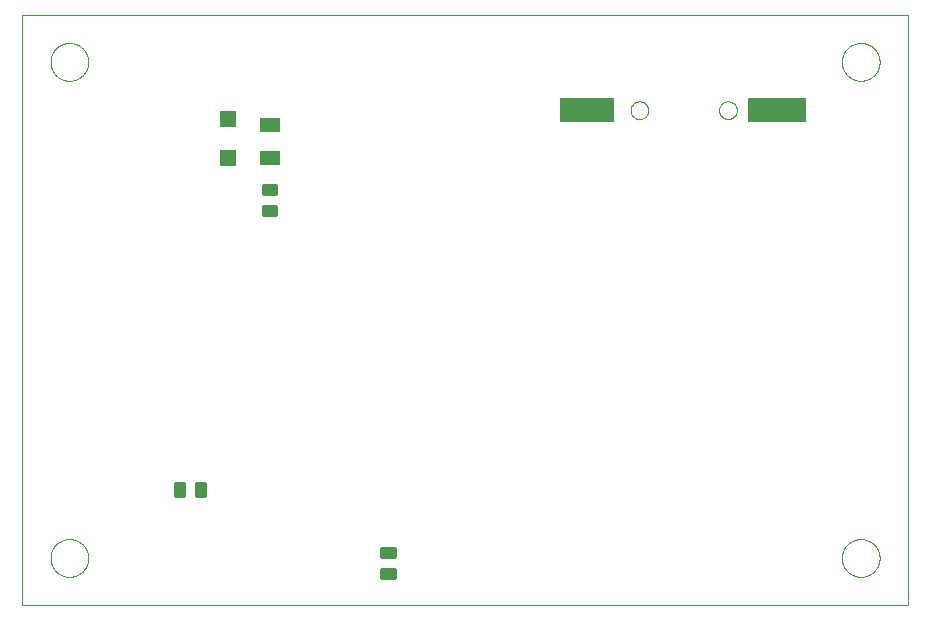
<source format=gtp>
G75*
%MOIN*%
%OFA0B0*%
%FSLAX25Y25*%
%IPPOS*%
%LPD*%
%AMOC8*
5,1,8,0,0,1.08239X$1,22.5*
%
%ADD10C,0.00000*%
%ADD11R,0.18110X0.07874*%
%ADD12R,0.19685X0.07874*%
%ADD13C,0.01000*%
%ADD14R,0.05500X0.05500*%
%ADD15R,0.07000X0.05000*%
D10*
X0048837Y0076492D02*
X0048837Y0273343D01*
X0344113Y0273343D01*
X0344113Y0076492D01*
X0048837Y0076492D01*
X0058286Y0092240D02*
X0058288Y0092398D01*
X0058294Y0092556D01*
X0058304Y0092714D01*
X0058318Y0092872D01*
X0058336Y0093029D01*
X0058357Y0093186D01*
X0058383Y0093342D01*
X0058413Y0093498D01*
X0058446Y0093653D01*
X0058484Y0093806D01*
X0058525Y0093959D01*
X0058570Y0094111D01*
X0058619Y0094262D01*
X0058672Y0094411D01*
X0058728Y0094559D01*
X0058788Y0094705D01*
X0058852Y0094850D01*
X0058920Y0094993D01*
X0058991Y0095135D01*
X0059065Y0095275D01*
X0059143Y0095412D01*
X0059225Y0095548D01*
X0059309Y0095682D01*
X0059398Y0095813D01*
X0059489Y0095942D01*
X0059584Y0096069D01*
X0059681Y0096194D01*
X0059782Y0096316D01*
X0059886Y0096435D01*
X0059993Y0096552D01*
X0060103Y0096666D01*
X0060216Y0096777D01*
X0060331Y0096886D01*
X0060449Y0096991D01*
X0060570Y0097093D01*
X0060693Y0097193D01*
X0060819Y0097289D01*
X0060947Y0097382D01*
X0061077Y0097472D01*
X0061210Y0097558D01*
X0061345Y0097642D01*
X0061481Y0097721D01*
X0061620Y0097798D01*
X0061761Y0097870D01*
X0061903Y0097940D01*
X0062047Y0098005D01*
X0062193Y0098067D01*
X0062340Y0098125D01*
X0062489Y0098180D01*
X0062639Y0098231D01*
X0062790Y0098278D01*
X0062942Y0098321D01*
X0063095Y0098360D01*
X0063250Y0098396D01*
X0063405Y0098427D01*
X0063561Y0098455D01*
X0063717Y0098479D01*
X0063874Y0098499D01*
X0064032Y0098515D01*
X0064189Y0098527D01*
X0064348Y0098535D01*
X0064506Y0098539D01*
X0064664Y0098539D01*
X0064822Y0098535D01*
X0064981Y0098527D01*
X0065138Y0098515D01*
X0065296Y0098499D01*
X0065453Y0098479D01*
X0065609Y0098455D01*
X0065765Y0098427D01*
X0065920Y0098396D01*
X0066075Y0098360D01*
X0066228Y0098321D01*
X0066380Y0098278D01*
X0066531Y0098231D01*
X0066681Y0098180D01*
X0066830Y0098125D01*
X0066977Y0098067D01*
X0067123Y0098005D01*
X0067267Y0097940D01*
X0067409Y0097870D01*
X0067550Y0097798D01*
X0067689Y0097721D01*
X0067825Y0097642D01*
X0067960Y0097558D01*
X0068093Y0097472D01*
X0068223Y0097382D01*
X0068351Y0097289D01*
X0068477Y0097193D01*
X0068600Y0097093D01*
X0068721Y0096991D01*
X0068839Y0096886D01*
X0068954Y0096777D01*
X0069067Y0096666D01*
X0069177Y0096552D01*
X0069284Y0096435D01*
X0069388Y0096316D01*
X0069489Y0096194D01*
X0069586Y0096069D01*
X0069681Y0095942D01*
X0069772Y0095813D01*
X0069861Y0095682D01*
X0069945Y0095548D01*
X0070027Y0095412D01*
X0070105Y0095275D01*
X0070179Y0095135D01*
X0070250Y0094993D01*
X0070318Y0094850D01*
X0070382Y0094705D01*
X0070442Y0094559D01*
X0070498Y0094411D01*
X0070551Y0094262D01*
X0070600Y0094111D01*
X0070645Y0093959D01*
X0070686Y0093806D01*
X0070724Y0093653D01*
X0070757Y0093498D01*
X0070787Y0093342D01*
X0070813Y0093186D01*
X0070834Y0093029D01*
X0070852Y0092872D01*
X0070866Y0092714D01*
X0070876Y0092556D01*
X0070882Y0092398D01*
X0070884Y0092240D01*
X0070882Y0092082D01*
X0070876Y0091924D01*
X0070866Y0091766D01*
X0070852Y0091608D01*
X0070834Y0091451D01*
X0070813Y0091294D01*
X0070787Y0091138D01*
X0070757Y0090982D01*
X0070724Y0090827D01*
X0070686Y0090674D01*
X0070645Y0090521D01*
X0070600Y0090369D01*
X0070551Y0090218D01*
X0070498Y0090069D01*
X0070442Y0089921D01*
X0070382Y0089775D01*
X0070318Y0089630D01*
X0070250Y0089487D01*
X0070179Y0089345D01*
X0070105Y0089205D01*
X0070027Y0089068D01*
X0069945Y0088932D01*
X0069861Y0088798D01*
X0069772Y0088667D01*
X0069681Y0088538D01*
X0069586Y0088411D01*
X0069489Y0088286D01*
X0069388Y0088164D01*
X0069284Y0088045D01*
X0069177Y0087928D01*
X0069067Y0087814D01*
X0068954Y0087703D01*
X0068839Y0087594D01*
X0068721Y0087489D01*
X0068600Y0087387D01*
X0068477Y0087287D01*
X0068351Y0087191D01*
X0068223Y0087098D01*
X0068093Y0087008D01*
X0067960Y0086922D01*
X0067825Y0086838D01*
X0067689Y0086759D01*
X0067550Y0086682D01*
X0067409Y0086610D01*
X0067267Y0086540D01*
X0067123Y0086475D01*
X0066977Y0086413D01*
X0066830Y0086355D01*
X0066681Y0086300D01*
X0066531Y0086249D01*
X0066380Y0086202D01*
X0066228Y0086159D01*
X0066075Y0086120D01*
X0065920Y0086084D01*
X0065765Y0086053D01*
X0065609Y0086025D01*
X0065453Y0086001D01*
X0065296Y0085981D01*
X0065138Y0085965D01*
X0064981Y0085953D01*
X0064822Y0085945D01*
X0064664Y0085941D01*
X0064506Y0085941D01*
X0064348Y0085945D01*
X0064189Y0085953D01*
X0064032Y0085965D01*
X0063874Y0085981D01*
X0063717Y0086001D01*
X0063561Y0086025D01*
X0063405Y0086053D01*
X0063250Y0086084D01*
X0063095Y0086120D01*
X0062942Y0086159D01*
X0062790Y0086202D01*
X0062639Y0086249D01*
X0062489Y0086300D01*
X0062340Y0086355D01*
X0062193Y0086413D01*
X0062047Y0086475D01*
X0061903Y0086540D01*
X0061761Y0086610D01*
X0061620Y0086682D01*
X0061481Y0086759D01*
X0061345Y0086838D01*
X0061210Y0086922D01*
X0061077Y0087008D01*
X0060947Y0087098D01*
X0060819Y0087191D01*
X0060693Y0087287D01*
X0060570Y0087387D01*
X0060449Y0087489D01*
X0060331Y0087594D01*
X0060216Y0087703D01*
X0060103Y0087814D01*
X0059993Y0087928D01*
X0059886Y0088045D01*
X0059782Y0088164D01*
X0059681Y0088286D01*
X0059584Y0088411D01*
X0059489Y0088538D01*
X0059398Y0088667D01*
X0059309Y0088798D01*
X0059225Y0088932D01*
X0059143Y0089068D01*
X0059065Y0089205D01*
X0058991Y0089345D01*
X0058920Y0089487D01*
X0058852Y0089630D01*
X0058788Y0089775D01*
X0058728Y0089921D01*
X0058672Y0090069D01*
X0058619Y0090218D01*
X0058570Y0090369D01*
X0058525Y0090521D01*
X0058484Y0090674D01*
X0058446Y0090827D01*
X0058413Y0090982D01*
X0058383Y0091138D01*
X0058357Y0091294D01*
X0058336Y0091451D01*
X0058318Y0091608D01*
X0058304Y0091766D01*
X0058294Y0091924D01*
X0058288Y0092082D01*
X0058286Y0092240D01*
X0251620Y0241492D02*
X0251622Y0241600D01*
X0251628Y0241709D01*
X0251638Y0241817D01*
X0251652Y0241924D01*
X0251670Y0242031D01*
X0251691Y0242138D01*
X0251717Y0242243D01*
X0251747Y0242348D01*
X0251780Y0242451D01*
X0251817Y0242553D01*
X0251858Y0242653D01*
X0251902Y0242752D01*
X0251951Y0242850D01*
X0252002Y0242945D01*
X0252057Y0243038D01*
X0252116Y0243130D01*
X0252178Y0243219D01*
X0252243Y0243306D01*
X0252311Y0243390D01*
X0252382Y0243472D01*
X0252456Y0243551D01*
X0252533Y0243627D01*
X0252613Y0243701D01*
X0252696Y0243771D01*
X0252781Y0243839D01*
X0252868Y0243903D01*
X0252958Y0243964D01*
X0253050Y0244022D01*
X0253144Y0244076D01*
X0253240Y0244127D01*
X0253337Y0244174D01*
X0253437Y0244218D01*
X0253538Y0244258D01*
X0253640Y0244294D01*
X0253743Y0244326D01*
X0253848Y0244355D01*
X0253954Y0244379D01*
X0254060Y0244400D01*
X0254167Y0244417D01*
X0254275Y0244430D01*
X0254383Y0244439D01*
X0254492Y0244444D01*
X0254600Y0244445D01*
X0254709Y0244442D01*
X0254817Y0244435D01*
X0254925Y0244424D01*
X0255032Y0244409D01*
X0255139Y0244390D01*
X0255245Y0244367D01*
X0255350Y0244341D01*
X0255455Y0244310D01*
X0255557Y0244276D01*
X0255659Y0244238D01*
X0255759Y0244196D01*
X0255858Y0244151D01*
X0255955Y0244102D01*
X0256049Y0244049D01*
X0256142Y0243993D01*
X0256233Y0243934D01*
X0256322Y0243871D01*
X0256408Y0243806D01*
X0256492Y0243737D01*
X0256573Y0243665D01*
X0256651Y0243590D01*
X0256727Y0243512D01*
X0256800Y0243431D01*
X0256870Y0243348D01*
X0256936Y0243263D01*
X0257000Y0243175D01*
X0257060Y0243084D01*
X0257117Y0242992D01*
X0257170Y0242897D01*
X0257220Y0242801D01*
X0257266Y0242703D01*
X0257309Y0242603D01*
X0257348Y0242502D01*
X0257383Y0242399D01*
X0257415Y0242296D01*
X0257442Y0242191D01*
X0257466Y0242085D01*
X0257486Y0241978D01*
X0257502Y0241871D01*
X0257514Y0241763D01*
X0257522Y0241655D01*
X0257526Y0241546D01*
X0257526Y0241438D01*
X0257522Y0241329D01*
X0257514Y0241221D01*
X0257502Y0241113D01*
X0257486Y0241006D01*
X0257466Y0240899D01*
X0257442Y0240793D01*
X0257415Y0240688D01*
X0257383Y0240585D01*
X0257348Y0240482D01*
X0257309Y0240381D01*
X0257266Y0240281D01*
X0257220Y0240183D01*
X0257170Y0240087D01*
X0257117Y0239992D01*
X0257060Y0239900D01*
X0257000Y0239809D01*
X0256936Y0239721D01*
X0256870Y0239636D01*
X0256800Y0239553D01*
X0256727Y0239472D01*
X0256651Y0239394D01*
X0256573Y0239319D01*
X0256492Y0239247D01*
X0256408Y0239178D01*
X0256322Y0239113D01*
X0256233Y0239050D01*
X0256142Y0238991D01*
X0256050Y0238935D01*
X0255955Y0238882D01*
X0255858Y0238833D01*
X0255759Y0238788D01*
X0255659Y0238746D01*
X0255557Y0238708D01*
X0255455Y0238674D01*
X0255350Y0238643D01*
X0255245Y0238617D01*
X0255139Y0238594D01*
X0255032Y0238575D01*
X0254925Y0238560D01*
X0254817Y0238549D01*
X0254709Y0238542D01*
X0254600Y0238539D01*
X0254492Y0238540D01*
X0254383Y0238545D01*
X0254275Y0238554D01*
X0254167Y0238567D01*
X0254060Y0238584D01*
X0253954Y0238605D01*
X0253848Y0238629D01*
X0253743Y0238658D01*
X0253640Y0238690D01*
X0253538Y0238726D01*
X0253437Y0238766D01*
X0253337Y0238810D01*
X0253240Y0238857D01*
X0253144Y0238908D01*
X0253050Y0238962D01*
X0252958Y0239020D01*
X0252868Y0239081D01*
X0252781Y0239145D01*
X0252696Y0239213D01*
X0252613Y0239283D01*
X0252533Y0239357D01*
X0252456Y0239433D01*
X0252382Y0239512D01*
X0252311Y0239594D01*
X0252243Y0239678D01*
X0252178Y0239765D01*
X0252116Y0239854D01*
X0252057Y0239946D01*
X0252002Y0240039D01*
X0251951Y0240134D01*
X0251902Y0240232D01*
X0251858Y0240331D01*
X0251817Y0240431D01*
X0251780Y0240533D01*
X0251747Y0240636D01*
X0251717Y0240741D01*
X0251691Y0240846D01*
X0251670Y0240953D01*
X0251652Y0241060D01*
X0251638Y0241167D01*
X0251628Y0241275D01*
X0251622Y0241384D01*
X0251620Y0241492D01*
X0281148Y0241492D02*
X0281150Y0241600D01*
X0281156Y0241709D01*
X0281166Y0241817D01*
X0281180Y0241924D01*
X0281198Y0242031D01*
X0281219Y0242138D01*
X0281245Y0242243D01*
X0281275Y0242348D01*
X0281308Y0242451D01*
X0281345Y0242553D01*
X0281386Y0242653D01*
X0281430Y0242752D01*
X0281479Y0242850D01*
X0281530Y0242945D01*
X0281585Y0243038D01*
X0281644Y0243130D01*
X0281706Y0243219D01*
X0281771Y0243306D01*
X0281839Y0243390D01*
X0281910Y0243472D01*
X0281984Y0243551D01*
X0282061Y0243627D01*
X0282141Y0243701D01*
X0282224Y0243771D01*
X0282309Y0243839D01*
X0282396Y0243903D01*
X0282486Y0243964D01*
X0282578Y0244022D01*
X0282672Y0244076D01*
X0282768Y0244127D01*
X0282865Y0244174D01*
X0282965Y0244218D01*
X0283066Y0244258D01*
X0283168Y0244294D01*
X0283271Y0244326D01*
X0283376Y0244355D01*
X0283482Y0244379D01*
X0283588Y0244400D01*
X0283695Y0244417D01*
X0283803Y0244430D01*
X0283911Y0244439D01*
X0284020Y0244444D01*
X0284128Y0244445D01*
X0284237Y0244442D01*
X0284345Y0244435D01*
X0284453Y0244424D01*
X0284560Y0244409D01*
X0284667Y0244390D01*
X0284773Y0244367D01*
X0284878Y0244341D01*
X0284983Y0244310D01*
X0285085Y0244276D01*
X0285187Y0244238D01*
X0285287Y0244196D01*
X0285386Y0244151D01*
X0285483Y0244102D01*
X0285577Y0244049D01*
X0285670Y0243993D01*
X0285761Y0243934D01*
X0285850Y0243871D01*
X0285936Y0243806D01*
X0286020Y0243737D01*
X0286101Y0243665D01*
X0286179Y0243590D01*
X0286255Y0243512D01*
X0286328Y0243431D01*
X0286398Y0243348D01*
X0286464Y0243263D01*
X0286528Y0243175D01*
X0286588Y0243084D01*
X0286645Y0242992D01*
X0286698Y0242897D01*
X0286748Y0242801D01*
X0286794Y0242703D01*
X0286837Y0242603D01*
X0286876Y0242502D01*
X0286911Y0242399D01*
X0286943Y0242296D01*
X0286970Y0242191D01*
X0286994Y0242085D01*
X0287014Y0241978D01*
X0287030Y0241871D01*
X0287042Y0241763D01*
X0287050Y0241655D01*
X0287054Y0241546D01*
X0287054Y0241438D01*
X0287050Y0241329D01*
X0287042Y0241221D01*
X0287030Y0241113D01*
X0287014Y0241006D01*
X0286994Y0240899D01*
X0286970Y0240793D01*
X0286943Y0240688D01*
X0286911Y0240585D01*
X0286876Y0240482D01*
X0286837Y0240381D01*
X0286794Y0240281D01*
X0286748Y0240183D01*
X0286698Y0240087D01*
X0286645Y0239992D01*
X0286588Y0239900D01*
X0286528Y0239809D01*
X0286464Y0239721D01*
X0286398Y0239636D01*
X0286328Y0239553D01*
X0286255Y0239472D01*
X0286179Y0239394D01*
X0286101Y0239319D01*
X0286020Y0239247D01*
X0285936Y0239178D01*
X0285850Y0239113D01*
X0285761Y0239050D01*
X0285670Y0238991D01*
X0285578Y0238935D01*
X0285483Y0238882D01*
X0285386Y0238833D01*
X0285287Y0238788D01*
X0285187Y0238746D01*
X0285085Y0238708D01*
X0284983Y0238674D01*
X0284878Y0238643D01*
X0284773Y0238617D01*
X0284667Y0238594D01*
X0284560Y0238575D01*
X0284453Y0238560D01*
X0284345Y0238549D01*
X0284237Y0238542D01*
X0284128Y0238539D01*
X0284020Y0238540D01*
X0283911Y0238545D01*
X0283803Y0238554D01*
X0283695Y0238567D01*
X0283588Y0238584D01*
X0283482Y0238605D01*
X0283376Y0238629D01*
X0283271Y0238658D01*
X0283168Y0238690D01*
X0283066Y0238726D01*
X0282965Y0238766D01*
X0282865Y0238810D01*
X0282768Y0238857D01*
X0282672Y0238908D01*
X0282578Y0238962D01*
X0282486Y0239020D01*
X0282396Y0239081D01*
X0282309Y0239145D01*
X0282224Y0239213D01*
X0282141Y0239283D01*
X0282061Y0239357D01*
X0281984Y0239433D01*
X0281910Y0239512D01*
X0281839Y0239594D01*
X0281771Y0239678D01*
X0281706Y0239765D01*
X0281644Y0239854D01*
X0281585Y0239946D01*
X0281530Y0240039D01*
X0281479Y0240134D01*
X0281430Y0240232D01*
X0281386Y0240331D01*
X0281345Y0240431D01*
X0281308Y0240533D01*
X0281275Y0240636D01*
X0281245Y0240741D01*
X0281219Y0240846D01*
X0281198Y0240953D01*
X0281180Y0241060D01*
X0281166Y0241167D01*
X0281156Y0241275D01*
X0281150Y0241384D01*
X0281148Y0241492D01*
X0322066Y0257594D02*
X0322068Y0257752D01*
X0322074Y0257910D01*
X0322084Y0258068D01*
X0322098Y0258226D01*
X0322116Y0258383D01*
X0322137Y0258540D01*
X0322163Y0258696D01*
X0322193Y0258852D01*
X0322226Y0259007D01*
X0322264Y0259160D01*
X0322305Y0259313D01*
X0322350Y0259465D01*
X0322399Y0259616D01*
X0322452Y0259765D01*
X0322508Y0259913D01*
X0322568Y0260059D01*
X0322632Y0260204D01*
X0322700Y0260347D01*
X0322771Y0260489D01*
X0322845Y0260629D01*
X0322923Y0260766D01*
X0323005Y0260902D01*
X0323089Y0261036D01*
X0323178Y0261167D01*
X0323269Y0261296D01*
X0323364Y0261423D01*
X0323461Y0261548D01*
X0323562Y0261670D01*
X0323666Y0261789D01*
X0323773Y0261906D01*
X0323883Y0262020D01*
X0323996Y0262131D01*
X0324111Y0262240D01*
X0324229Y0262345D01*
X0324350Y0262447D01*
X0324473Y0262547D01*
X0324599Y0262643D01*
X0324727Y0262736D01*
X0324857Y0262826D01*
X0324990Y0262912D01*
X0325125Y0262996D01*
X0325261Y0263075D01*
X0325400Y0263152D01*
X0325541Y0263224D01*
X0325683Y0263294D01*
X0325827Y0263359D01*
X0325973Y0263421D01*
X0326120Y0263479D01*
X0326269Y0263534D01*
X0326419Y0263585D01*
X0326570Y0263632D01*
X0326722Y0263675D01*
X0326875Y0263714D01*
X0327030Y0263750D01*
X0327185Y0263781D01*
X0327341Y0263809D01*
X0327497Y0263833D01*
X0327654Y0263853D01*
X0327812Y0263869D01*
X0327969Y0263881D01*
X0328128Y0263889D01*
X0328286Y0263893D01*
X0328444Y0263893D01*
X0328602Y0263889D01*
X0328761Y0263881D01*
X0328918Y0263869D01*
X0329076Y0263853D01*
X0329233Y0263833D01*
X0329389Y0263809D01*
X0329545Y0263781D01*
X0329700Y0263750D01*
X0329855Y0263714D01*
X0330008Y0263675D01*
X0330160Y0263632D01*
X0330311Y0263585D01*
X0330461Y0263534D01*
X0330610Y0263479D01*
X0330757Y0263421D01*
X0330903Y0263359D01*
X0331047Y0263294D01*
X0331189Y0263224D01*
X0331330Y0263152D01*
X0331469Y0263075D01*
X0331605Y0262996D01*
X0331740Y0262912D01*
X0331873Y0262826D01*
X0332003Y0262736D01*
X0332131Y0262643D01*
X0332257Y0262547D01*
X0332380Y0262447D01*
X0332501Y0262345D01*
X0332619Y0262240D01*
X0332734Y0262131D01*
X0332847Y0262020D01*
X0332957Y0261906D01*
X0333064Y0261789D01*
X0333168Y0261670D01*
X0333269Y0261548D01*
X0333366Y0261423D01*
X0333461Y0261296D01*
X0333552Y0261167D01*
X0333641Y0261036D01*
X0333725Y0260902D01*
X0333807Y0260766D01*
X0333885Y0260629D01*
X0333959Y0260489D01*
X0334030Y0260347D01*
X0334098Y0260204D01*
X0334162Y0260059D01*
X0334222Y0259913D01*
X0334278Y0259765D01*
X0334331Y0259616D01*
X0334380Y0259465D01*
X0334425Y0259313D01*
X0334466Y0259160D01*
X0334504Y0259007D01*
X0334537Y0258852D01*
X0334567Y0258696D01*
X0334593Y0258540D01*
X0334614Y0258383D01*
X0334632Y0258226D01*
X0334646Y0258068D01*
X0334656Y0257910D01*
X0334662Y0257752D01*
X0334664Y0257594D01*
X0334662Y0257436D01*
X0334656Y0257278D01*
X0334646Y0257120D01*
X0334632Y0256962D01*
X0334614Y0256805D01*
X0334593Y0256648D01*
X0334567Y0256492D01*
X0334537Y0256336D01*
X0334504Y0256181D01*
X0334466Y0256028D01*
X0334425Y0255875D01*
X0334380Y0255723D01*
X0334331Y0255572D01*
X0334278Y0255423D01*
X0334222Y0255275D01*
X0334162Y0255129D01*
X0334098Y0254984D01*
X0334030Y0254841D01*
X0333959Y0254699D01*
X0333885Y0254559D01*
X0333807Y0254422D01*
X0333725Y0254286D01*
X0333641Y0254152D01*
X0333552Y0254021D01*
X0333461Y0253892D01*
X0333366Y0253765D01*
X0333269Y0253640D01*
X0333168Y0253518D01*
X0333064Y0253399D01*
X0332957Y0253282D01*
X0332847Y0253168D01*
X0332734Y0253057D01*
X0332619Y0252948D01*
X0332501Y0252843D01*
X0332380Y0252741D01*
X0332257Y0252641D01*
X0332131Y0252545D01*
X0332003Y0252452D01*
X0331873Y0252362D01*
X0331740Y0252276D01*
X0331605Y0252192D01*
X0331469Y0252113D01*
X0331330Y0252036D01*
X0331189Y0251964D01*
X0331047Y0251894D01*
X0330903Y0251829D01*
X0330757Y0251767D01*
X0330610Y0251709D01*
X0330461Y0251654D01*
X0330311Y0251603D01*
X0330160Y0251556D01*
X0330008Y0251513D01*
X0329855Y0251474D01*
X0329700Y0251438D01*
X0329545Y0251407D01*
X0329389Y0251379D01*
X0329233Y0251355D01*
X0329076Y0251335D01*
X0328918Y0251319D01*
X0328761Y0251307D01*
X0328602Y0251299D01*
X0328444Y0251295D01*
X0328286Y0251295D01*
X0328128Y0251299D01*
X0327969Y0251307D01*
X0327812Y0251319D01*
X0327654Y0251335D01*
X0327497Y0251355D01*
X0327341Y0251379D01*
X0327185Y0251407D01*
X0327030Y0251438D01*
X0326875Y0251474D01*
X0326722Y0251513D01*
X0326570Y0251556D01*
X0326419Y0251603D01*
X0326269Y0251654D01*
X0326120Y0251709D01*
X0325973Y0251767D01*
X0325827Y0251829D01*
X0325683Y0251894D01*
X0325541Y0251964D01*
X0325400Y0252036D01*
X0325261Y0252113D01*
X0325125Y0252192D01*
X0324990Y0252276D01*
X0324857Y0252362D01*
X0324727Y0252452D01*
X0324599Y0252545D01*
X0324473Y0252641D01*
X0324350Y0252741D01*
X0324229Y0252843D01*
X0324111Y0252948D01*
X0323996Y0253057D01*
X0323883Y0253168D01*
X0323773Y0253282D01*
X0323666Y0253399D01*
X0323562Y0253518D01*
X0323461Y0253640D01*
X0323364Y0253765D01*
X0323269Y0253892D01*
X0323178Y0254021D01*
X0323089Y0254152D01*
X0323005Y0254286D01*
X0322923Y0254422D01*
X0322845Y0254559D01*
X0322771Y0254699D01*
X0322700Y0254841D01*
X0322632Y0254984D01*
X0322568Y0255129D01*
X0322508Y0255275D01*
X0322452Y0255423D01*
X0322399Y0255572D01*
X0322350Y0255723D01*
X0322305Y0255875D01*
X0322264Y0256028D01*
X0322226Y0256181D01*
X0322193Y0256336D01*
X0322163Y0256492D01*
X0322137Y0256648D01*
X0322116Y0256805D01*
X0322098Y0256962D01*
X0322084Y0257120D01*
X0322074Y0257278D01*
X0322068Y0257436D01*
X0322066Y0257594D01*
X0322066Y0092240D02*
X0322068Y0092398D01*
X0322074Y0092556D01*
X0322084Y0092714D01*
X0322098Y0092872D01*
X0322116Y0093029D01*
X0322137Y0093186D01*
X0322163Y0093342D01*
X0322193Y0093498D01*
X0322226Y0093653D01*
X0322264Y0093806D01*
X0322305Y0093959D01*
X0322350Y0094111D01*
X0322399Y0094262D01*
X0322452Y0094411D01*
X0322508Y0094559D01*
X0322568Y0094705D01*
X0322632Y0094850D01*
X0322700Y0094993D01*
X0322771Y0095135D01*
X0322845Y0095275D01*
X0322923Y0095412D01*
X0323005Y0095548D01*
X0323089Y0095682D01*
X0323178Y0095813D01*
X0323269Y0095942D01*
X0323364Y0096069D01*
X0323461Y0096194D01*
X0323562Y0096316D01*
X0323666Y0096435D01*
X0323773Y0096552D01*
X0323883Y0096666D01*
X0323996Y0096777D01*
X0324111Y0096886D01*
X0324229Y0096991D01*
X0324350Y0097093D01*
X0324473Y0097193D01*
X0324599Y0097289D01*
X0324727Y0097382D01*
X0324857Y0097472D01*
X0324990Y0097558D01*
X0325125Y0097642D01*
X0325261Y0097721D01*
X0325400Y0097798D01*
X0325541Y0097870D01*
X0325683Y0097940D01*
X0325827Y0098005D01*
X0325973Y0098067D01*
X0326120Y0098125D01*
X0326269Y0098180D01*
X0326419Y0098231D01*
X0326570Y0098278D01*
X0326722Y0098321D01*
X0326875Y0098360D01*
X0327030Y0098396D01*
X0327185Y0098427D01*
X0327341Y0098455D01*
X0327497Y0098479D01*
X0327654Y0098499D01*
X0327812Y0098515D01*
X0327969Y0098527D01*
X0328128Y0098535D01*
X0328286Y0098539D01*
X0328444Y0098539D01*
X0328602Y0098535D01*
X0328761Y0098527D01*
X0328918Y0098515D01*
X0329076Y0098499D01*
X0329233Y0098479D01*
X0329389Y0098455D01*
X0329545Y0098427D01*
X0329700Y0098396D01*
X0329855Y0098360D01*
X0330008Y0098321D01*
X0330160Y0098278D01*
X0330311Y0098231D01*
X0330461Y0098180D01*
X0330610Y0098125D01*
X0330757Y0098067D01*
X0330903Y0098005D01*
X0331047Y0097940D01*
X0331189Y0097870D01*
X0331330Y0097798D01*
X0331469Y0097721D01*
X0331605Y0097642D01*
X0331740Y0097558D01*
X0331873Y0097472D01*
X0332003Y0097382D01*
X0332131Y0097289D01*
X0332257Y0097193D01*
X0332380Y0097093D01*
X0332501Y0096991D01*
X0332619Y0096886D01*
X0332734Y0096777D01*
X0332847Y0096666D01*
X0332957Y0096552D01*
X0333064Y0096435D01*
X0333168Y0096316D01*
X0333269Y0096194D01*
X0333366Y0096069D01*
X0333461Y0095942D01*
X0333552Y0095813D01*
X0333641Y0095682D01*
X0333725Y0095548D01*
X0333807Y0095412D01*
X0333885Y0095275D01*
X0333959Y0095135D01*
X0334030Y0094993D01*
X0334098Y0094850D01*
X0334162Y0094705D01*
X0334222Y0094559D01*
X0334278Y0094411D01*
X0334331Y0094262D01*
X0334380Y0094111D01*
X0334425Y0093959D01*
X0334466Y0093806D01*
X0334504Y0093653D01*
X0334537Y0093498D01*
X0334567Y0093342D01*
X0334593Y0093186D01*
X0334614Y0093029D01*
X0334632Y0092872D01*
X0334646Y0092714D01*
X0334656Y0092556D01*
X0334662Y0092398D01*
X0334664Y0092240D01*
X0334662Y0092082D01*
X0334656Y0091924D01*
X0334646Y0091766D01*
X0334632Y0091608D01*
X0334614Y0091451D01*
X0334593Y0091294D01*
X0334567Y0091138D01*
X0334537Y0090982D01*
X0334504Y0090827D01*
X0334466Y0090674D01*
X0334425Y0090521D01*
X0334380Y0090369D01*
X0334331Y0090218D01*
X0334278Y0090069D01*
X0334222Y0089921D01*
X0334162Y0089775D01*
X0334098Y0089630D01*
X0334030Y0089487D01*
X0333959Y0089345D01*
X0333885Y0089205D01*
X0333807Y0089068D01*
X0333725Y0088932D01*
X0333641Y0088798D01*
X0333552Y0088667D01*
X0333461Y0088538D01*
X0333366Y0088411D01*
X0333269Y0088286D01*
X0333168Y0088164D01*
X0333064Y0088045D01*
X0332957Y0087928D01*
X0332847Y0087814D01*
X0332734Y0087703D01*
X0332619Y0087594D01*
X0332501Y0087489D01*
X0332380Y0087387D01*
X0332257Y0087287D01*
X0332131Y0087191D01*
X0332003Y0087098D01*
X0331873Y0087008D01*
X0331740Y0086922D01*
X0331605Y0086838D01*
X0331469Y0086759D01*
X0331330Y0086682D01*
X0331189Y0086610D01*
X0331047Y0086540D01*
X0330903Y0086475D01*
X0330757Y0086413D01*
X0330610Y0086355D01*
X0330461Y0086300D01*
X0330311Y0086249D01*
X0330160Y0086202D01*
X0330008Y0086159D01*
X0329855Y0086120D01*
X0329700Y0086084D01*
X0329545Y0086053D01*
X0329389Y0086025D01*
X0329233Y0086001D01*
X0329076Y0085981D01*
X0328918Y0085965D01*
X0328761Y0085953D01*
X0328602Y0085945D01*
X0328444Y0085941D01*
X0328286Y0085941D01*
X0328128Y0085945D01*
X0327969Y0085953D01*
X0327812Y0085965D01*
X0327654Y0085981D01*
X0327497Y0086001D01*
X0327341Y0086025D01*
X0327185Y0086053D01*
X0327030Y0086084D01*
X0326875Y0086120D01*
X0326722Y0086159D01*
X0326570Y0086202D01*
X0326419Y0086249D01*
X0326269Y0086300D01*
X0326120Y0086355D01*
X0325973Y0086413D01*
X0325827Y0086475D01*
X0325683Y0086540D01*
X0325541Y0086610D01*
X0325400Y0086682D01*
X0325261Y0086759D01*
X0325125Y0086838D01*
X0324990Y0086922D01*
X0324857Y0087008D01*
X0324727Y0087098D01*
X0324599Y0087191D01*
X0324473Y0087287D01*
X0324350Y0087387D01*
X0324229Y0087489D01*
X0324111Y0087594D01*
X0323996Y0087703D01*
X0323883Y0087814D01*
X0323773Y0087928D01*
X0323666Y0088045D01*
X0323562Y0088164D01*
X0323461Y0088286D01*
X0323364Y0088411D01*
X0323269Y0088538D01*
X0323178Y0088667D01*
X0323089Y0088798D01*
X0323005Y0088932D01*
X0322923Y0089068D01*
X0322845Y0089205D01*
X0322771Y0089345D01*
X0322700Y0089487D01*
X0322632Y0089630D01*
X0322568Y0089775D01*
X0322508Y0089921D01*
X0322452Y0090069D01*
X0322399Y0090218D01*
X0322350Y0090369D01*
X0322305Y0090521D01*
X0322264Y0090674D01*
X0322226Y0090827D01*
X0322193Y0090982D01*
X0322163Y0091138D01*
X0322137Y0091294D01*
X0322116Y0091451D01*
X0322098Y0091608D01*
X0322084Y0091766D01*
X0322074Y0091924D01*
X0322068Y0092082D01*
X0322066Y0092240D01*
X0058286Y0257594D02*
X0058288Y0257752D01*
X0058294Y0257910D01*
X0058304Y0258068D01*
X0058318Y0258226D01*
X0058336Y0258383D01*
X0058357Y0258540D01*
X0058383Y0258696D01*
X0058413Y0258852D01*
X0058446Y0259007D01*
X0058484Y0259160D01*
X0058525Y0259313D01*
X0058570Y0259465D01*
X0058619Y0259616D01*
X0058672Y0259765D01*
X0058728Y0259913D01*
X0058788Y0260059D01*
X0058852Y0260204D01*
X0058920Y0260347D01*
X0058991Y0260489D01*
X0059065Y0260629D01*
X0059143Y0260766D01*
X0059225Y0260902D01*
X0059309Y0261036D01*
X0059398Y0261167D01*
X0059489Y0261296D01*
X0059584Y0261423D01*
X0059681Y0261548D01*
X0059782Y0261670D01*
X0059886Y0261789D01*
X0059993Y0261906D01*
X0060103Y0262020D01*
X0060216Y0262131D01*
X0060331Y0262240D01*
X0060449Y0262345D01*
X0060570Y0262447D01*
X0060693Y0262547D01*
X0060819Y0262643D01*
X0060947Y0262736D01*
X0061077Y0262826D01*
X0061210Y0262912D01*
X0061345Y0262996D01*
X0061481Y0263075D01*
X0061620Y0263152D01*
X0061761Y0263224D01*
X0061903Y0263294D01*
X0062047Y0263359D01*
X0062193Y0263421D01*
X0062340Y0263479D01*
X0062489Y0263534D01*
X0062639Y0263585D01*
X0062790Y0263632D01*
X0062942Y0263675D01*
X0063095Y0263714D01*
X0063250Y0263750D01*
X0063405Y0263781D01*
X0063561Y0263809D01*
X0063717Y0263833D01*
X0063874Y0263853D01*
X0064032Y0263869D01*
X0064189Y0263881D01*
X0064348Y0263889D01*
X0064506Y0263893D01*
X0064664Y0263893D01*
X0064822Y0263889D01*
X0064981Y0263881D01*
X0065138Y0263869D01*
X0065296Y0263853D01*
X0065453Y0263833D01*
X0065609Y0263809D01*
X0065765Y0263781D01*
X0065920Y0263750D01*
X0066075Y0263714D01*
X0066228Y0263675D01*
X0066380Y0263632D01*
X0066531Y0263585D01*
X0066681Y0263534D01*
X0066830Y0263479D01*
X0066977Y0263421D01*
X0067123Y0263359D01*
X0067267Y0263294D01*
X0067409Y0263224D01*
X0067550Y0263152D01*
X0067689Y0263075D01*
X0067825Y0262996D01*
X0067960Y0262912D01*
X0068093Y0262826D01*
X0068223Y0262736D01*
X0068351Y0262643D01*
X0068477Y0262547D01*
X0068600Y0262447D01*
X0068721Y0262345D01*
X0068839Y0262240D01*
X0068954Y0262131D01*
X0069067Y0262020D01*
X0069177Y0261906D01*
X0069284Y0261789D01*
X0069388Y0261670D01*
X0069489Y0261548D01*
X0069586Y0261423D01*
X0069681Y0261296D01*
X0069772Y0261167D01*
X0069861Y0261036D01*
X0069945Y0260902D01*
X0070027Y0260766D01*
X0070105Y0260629D01*
X0070179Y0260489D01*
X0070250Y0260347D01*
X0070318Y0260204D01*
X0070382Y0260059D01*
X0070442Y0259913D01*
X0070498Y0259765D01*
X0070551Y0259616D01*
X0070600Y0259465D01*
X0070645Y0259313D01*
X0070686Y0259160D01*
X0070724Y0259007D01*
X0070757Y0258852D01*
X0070787Y0258696D01*
X0070813Y0258540D01*
X0070834Y0258383D01*
X0070852Y0258226D01*
X0070866Y0258068D01*
X0070876Y0257910D01*
X0070882Y0257752D01*
X0070884Y0257594D01*
X0070882Y0257436D01*
X0070876Y0257278D01*
X0070866Y0257120D01*
X0070852Y0256962D01*
X0070834Y0256805D01*
X0070813Y0256648D01*
X0070787Y0256492D01*
X0070757Y0256336D01*
X0070724Y0256181D01*
X0070686Y0256028D01*
X0070645Y0255875D01*
X0070600Y0255723D01*
X0070551Y0255572D01*
X0070498Y0255423D01*
X0070442Y0255275D01*
X0070382Y0255129D01*
X0070318Y0254984D01*
X0070250Y0254841D01*
X0070179Y0254699D01*
X0070105Y0254559D01*
X0070027Y0254422D01*
X0069945Y0254286D01*
X0069861Y0254152D01*
X0069772Y0254021D01*
X0069681Y0253892D01*
X0069586Y0253765D01*
X0069489Y0253640D01*
X0069388Y0253518D01*
X0069284Y0253399D01*
X0069177Y0253282D01*
X0069067Y0253168D01*
X0068954Y0253057D01*
X0068839Y0252948D01*
X0068721Y0252843D01*
X0068600Y0252741D01*
X0068477Y0252641D01*
X0068351Y0252545D01*
X0068223Y0252452D01*
X0068093Y0252362D01*
X0067960Y0252276D01*
X0067825Y0252192D01*
X0067689Y0252113D01*
X0067550Y0252036D01*
X0067409Y0251964D01*
X0067267Y0251894D01*
X0067123Y0251829D01*
X0066977Y0251767D01*
X0066830Y0251709D01*
X0066681Y0251654D01*
X0066531Y0251603D01*
X0066380Y0251556D01*
X0066228Y0251513D01*
X0066075Y0251474D01*
X0065920Y0251438D01*
X0065765Y0251407D01*
X0065609Y0251379D01*
X0065453Y0251355D01*
X0065296Y0251335D01*
X0065138Y0251319D01*
X0064981Y0251307D01*
X0064822Y0251299D01*
X0064664Y0251295D01*
X0064506Y0251295D01*
X0064348Y0251299D01*
X0064189Y0251307D01*
X0064032Y0251319D01*
X0063874Y0251335D01*
X0063717Y0251355D01*
X0063561Y0251379D01*
X0063405Y0251407D01*
X0063250Y0251438D01*
X0063095Y0251474D01*
X0062942Y0251513D01*
X0062790Y0251556D01*
X0062639Y0251603D01*
X0062489Y0251654D01*
X0062340Y0251709D01*
X0062193Y0251767D01*
X0062047Y0251829D01*
X0061903Y0251894D01*
X0061761Y0251964D01*
X0061620Y0252036D01*
X0061481Y0252113D01*
X0061345Y0252192D01*
X0061210Y0252276D01*
X0061077Y0252362D01*
X0060947Y0252452D01*
X0060819Y0252545D01*
X0060693Y0252641D01*
X0060570Y0252741D01*
X0060449Y0252843D01*
X0060331Y0252948D01*
X0060216Y0253057D01*
X0060103Y0253168D01*
X0059993Y0253282D01*
X0059886Y0253399D01*
X0059782Y0253518D01*
X0059681Y0253640D01*
X0059584Y0253765D01*
X0059489Y0253892D01*
X0059398Y0254021D01*
X0059309Y0254152D01*
X0059225Y0254286D01*
X0059143Y0254422D01*
X0059065Y0254559D01*
X0058991Y0254699D01*
X0058920Y0254841D01*
X0058852Y0254984D01*
X0058788Y0255129D01*
X0058728Y0255275D01*
X0058672Y0255423D01*
X0058619Y0255572D01*
X0058570Y0255723D01*
X0058525Y0255875D01*
X0058484Y0256028D01*
X0058446Y0256181D01*
X0058413Y0256336D01*
X0058383Y0256492D01*
X0058357Y0256648D01*
X0058336Y0256805D01*
X0058318Y0256962D01*
X0058304Y0257120D01*
X0058294Y0257278D01*
X0058288Y0257436D01*
X0058286Y0257594D01*
D11*
X0237054Y0241492D03*
D12*
X0300439Y0241492D03*
D13*
X0129087Y0216492D02*
X0129087Y0213492D01*
X0129087Y0216492D02*
X0133587Y0216492D01*
X0133587Y0213492D01*
X0129087Y0213492D01*
X0129087Y0214491D02*
X0133587Y0214491D01*
X0133587Y0215490D02*
X0129087Y0215490D01*
X0129087Y0216489D02*
X0133587Y0216489D01*
X0129087Y0209492D02*
X0129087Y0206492D01*
X0129087Y0209492D02*
X0133587Y0209492D01*
X0133587Y0206492D01*
X0129087Y0206492D01*
X0129087Y0207491D02*
X0133587Y0207491D01*
X0133587Y0208490D02*
X0129087Y0208490D01*
X0129087Y0209489D02*
X0133587Y0209489D01*
X0109837Y0112742D02*
X0106837Y0112742D01*
X0106837Y0117242D01*
X0109837Y0117242D01*
X0109837Y0112742D01*
X0109837Y0113741D02*
X0106837Y0113741D01*
X0106837Y0114740D02*
X0109837Y0114740D01*
X0109837Y0115739D02*
X0106837Y0115739D01*
X0106837Y0116738D02*
X0109837Y0116738D01*
X0102837Y0112742D02*
X0099837Y0112742D01*
X0099837Y0117242D01*
X0102837Y0117242D01*
X0102837Y0112742D01*
X0102837Y0113741D02*
X0099837Y0113741D01*
X0099837Y0114740D02*
X0102837Y0114740D01*
X0102837Y0115739D02*
X0099837Y0115739D01*
X0099837Y0116738D02*
X0102837Y0116738D01*
X0173087Y0095492D02*
X0173087Y0092492D01*
X0168587Y0092492D01*
X0168587Y0095492D01*
X0173087Y0095492D01*
X0173087Y0093491D02*
X0168587Y0093491D01*
X0168587Y0094490D02*
X0173087Y0094490D01*
X0173087Y0095489D02*
X0168587Y0095489D01*
X0173087Y0088492D02*
X0173087Y0085492D01*
X0168587Y0085492D01*
X0168587Y0088492D01*
X0173087Y0088492D01*
X0173087Y0086491D02*
X0168587Y0086491D01*
X0168587Y0087490D02*
X0173087Y0087490D01*
X0173087Y0088489D02*
X0168587Y0088489D01*
D14*
X0117337Y0225492D03*
X0117337Y0238492D03*
D15*
X0131337Y0236492D03*
X0131337Y0225492D03*
M02*

</source>
